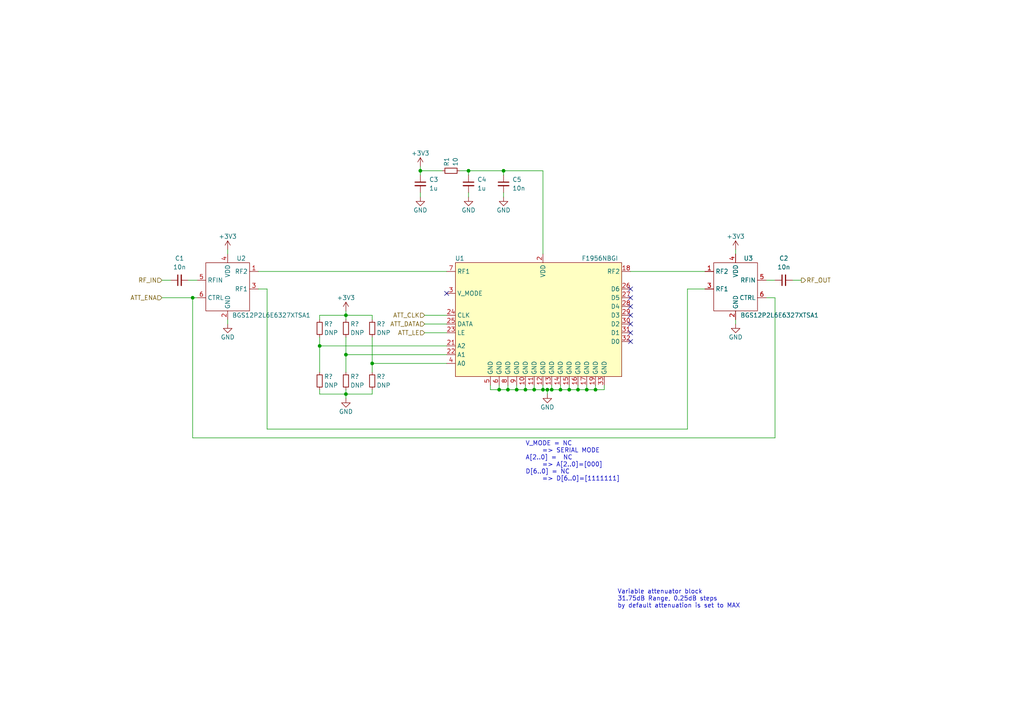
<source format=kicad_sch>
(kicad_sch (version 20211123) (generator eeschema)
  (paper "A4")
  (lib_symbols
    (symbol "Device:C_Small" (pin_numbers hide) (pin_names (offset 0.254) hide)
      (property "Reference" "C" (at 0.254 1.778 0))
      (property "Value" "C_Small" (at 0.254 -2.032 0))
      (symbol "C_Small_0_1"
        (polyline (pts (xy -1.524 -0.508) (xy 1.524 -0.508)) (stroke (width 0.3302)))
        (polyline (pts (xy -1.524 0.508) (xy 1.524 0.508)) (stroke (width 0.3048)))
      )
      (symbol "C_Small_1_1"
        (pin passive line (at 0 2.54 270) (length 2.032) (name "~") (number "1"))
        (pin passive line (at 0 -2.54 90) (length 2.032) (name "~") (number "2"))
      )
    )
    (symbol "Device:R_Small" (pin_numbers hide) (pin_names (offset 0.254) hide)
      (property "Reference" "R" (at 0.762 0.508 0))
      (property "Value" "R_Small" (at 0.762 -1.016 0))
      (symbol "R_Small_0_1"
        (rectangle (start -0.762 1.778) (end 0.762 -1.778) (stroke (width 0.2032)))
      )
      (symbol "R_Small_1_1"
        (pin passive line (at 0 2.54 270) (length 0.762) (name "~") (number "1"))
        (pin passive line (at 0 -2.54 90) (length 0.762) (name "~") (number "2"))
      )
    )
    (symbol "frontEnd:BGS12P2L6E6327XTSA1"
      (property "Reference" "U" (at 7.62 6.35 0))
      (property "Value" "BGS12P2L6E6327XTSA1" (at 19.05 -11.43 0))
      (symbol "BGS12P2L6E6327XTSA1_0_1"
        (rectangle (start 0 5.08) (end 12.7 -8.89))
      )
      (symbol "BGS12P2L6E6327XTSA1_1_1"
        (pin input line (at 15.24 2.54 180) (length 2.54) (name "RF2") (number "1"))
        (pin input line (at 6.35 -11.43 90) (length 2.54) (name "GND") (number "2"))
        (pin input line (at 15.24 -2.54 180) (length 2.54) (name "RF1") (number "3"))
        (pin input line (at 6.35 7.62 270) (length 2.54) (name "VDD") (number "4"))
        (pin input line (at -2.54 0 0) (length 2.54) (name "RFIN") (number "5"))
        (pin input line (at -2.54 -5.08 0) (length 2.54) (name "CTRL") (number "6"))
      )
    )
    (symbol "frontEnd:F1956NBGI"
      (property "Reference" "U" (at 1.27 3.81 0))
      (property "Value" "F1956NBGI" (at 41.91 3.81 0))
      (symbol "F1956NBGI_0_1"
        (rectangle (start 0 2.54) (end 48.26 -30.48) (fill (type background)))
      )
      (symbol "F1956NBGI_1_1"
        (pin input line (at 20.32 -33.02 90) (length 2.54) (name "GND") (number "10"))
        (pin input line (at 22.86 -33.02 90) (length 2.54) (name "GND") (number "11"))
        (pin input line (at 25.4 -33.02 90) (length 2.54) (name "GND") (number "12"))
        (pin input line (at 27.94 -33.02 90) (length 2.54) (name "GND") (number "13"))
        (pin input line (at 30.48 -33.02 90) (length 2.54) (name "GND") (number "14"))
        (pin input line (at 33.02 -33.02 90) (length 2.54) (name "GND") (number "15"))
        (pin input line (at 35.56 -33.02 90) (length 2.54) (name "GND") (number "16"))
        (pin input line (at 38.1 -33.02 90) (length 2.54) (name "GND") (number "17"))
        (pin input line (at 50.8 0 180) (length 2.54) (name "RF2") (number "18"))
        (pin input line (at 40.64 -33.02 90) (length 2.54) (name "GND") (number "19"))
        (pin input line (at 25.4 5.08 270) (length 2.54) (name "VDD") (number "2"))
        (pin input line (at -2.54 -21.59 0) (length 2.54) (name "A2") (number "21"))
        (pin input line (at -2.54 -24.13 0) (length 2.54) (name "A1") (number "22"))
        (pin input line (at -2.54 -17.78 0) (length 2.54) (name "LE") (number "23"))
        (pin input line (at -2.54 -12.7 0) (length 2.54) (name "CLK") (number "24"))
        (pin input line (at -2.54 -15.24 0) (length 2.54) (name "DATA") (number "25"))
        (pin input line (at 50.8 -5.08 180) (length 2.54) (name "D6") (number "26"))
        (pin input line (at 50.8 -7.62 180) (length 2.54) (name "D5") (number "27"))
        (pin input line (at 50.8 -10.16 180) (length 2.54) (name "D4") (number "28"))
        (pin input line (at 50.8 -12.7 180) (length 2.54) (name "D3") (number "29"))
        (pin input line (at -2.54 -6.35 0) (length 2.54) (name "V_MODE") (number "3"))
        (pin input line (at 50.8 -15.24 180) (length 2.54) (name "D2") (number "30"))
        (pin input line (at 50.8 -17.78 180) (length 2.54) (name "D1") (number "31"))
        (pin input line (at 50.8 -20.32 180) (length 2.54) (name "D0") (number "32"))
        (pin input line (at 43.18 -33.02 90) (length 2.54) (name "GND") (number "33"))
        (pin input line (at -2.54 -26.67 0) (length 2.54) (name "A0") (number "4"))
        (pin input line (at 10.16 -33.02 90) (length 2.54) (name "GND") (number "5"))
        (pin input line (at 12.7 -33.02 90) (length 2.54) (name "GND") (number "6"))
        (pin input line (at -2.54 0 0) (length 2.54) (name "RF1") (number "7"))
        (pin input line (at 15.24 -33.02 90) (length 2.54) (name "GND") (number "8"))
        (pin input line (at 17.78 -33.02 90) (length 2.54) (name "GND") (number "9"))
      )
    )
    (symbol "power:+3V3" (power) (pin_names (offset 0))
      (property "Value" "+3V3" (at 0 3.556 0))
      (symbol "+3V3_0_1"
        (polyline (pts (xy -0.762 1.27) (xy 0 2.54)))
        (polyline (pts (xy 0 0) (xy 0 2.54)))
        (polyline (pts (xy 0 2.54) (xy 0.762 1.27)))
      )
      (symbol "+3V3_1_1"
        (pin power_in line (at 0 0 90) (length 0) hide (name "+3V3") (number "1"))
      )
    )
    (symbol "power:GND" (power) (pin_names (offset 0))
      (property "Value" "GND" (at 0 -3.81 0))
      (symbol "GND_0_1"
        (polyline (pts (xy 0 0) (xy 0 -1.27) (xy 1.27 -1.27) (xy 0 -2.54) (xy -1.27 -1.27) (xy 0 -1.27)))
      )
      (symbol "GND_1_1"
        (pin power_in line (at 0 0 270) (length 0) hide (name "GND") (number "1"))
      )
    )
  )
  (junction (at 100.33 114.3))
  (junction (at 149.86 113.03))
  (junction (at 135.89 49.53))
  (junction (at 121.92 49.53))
  (junction (at 162.56 113.03))
  (junction (at 92.71 100.33))
  (junction (at 146.05 49.53))
  (junction (at 144.78 113.03))
  (junction (at 160.02 113.03))
  (junction (at 154.94 113.03))
  (junction (at 100.33 102.87))
  (junction (at 158.75 113.03))
  (junction (at 157.48 113.03))
  (junction (at 170.18 113.03))
  (junction (at 100.33 91.44))
  (junction (at 107.95 105.41))
  (junction (at 152.4 113.03))
  (junction (at 165.1 113.03))
  (junction (at 147.32 113.03))
  (junction (at 167.64 113.03))
  (junction (at 55.88 86.36))
  (junction (at 172.72 113.03))
  (no_connect (at 129.54 85.09))
  (no_connect (at 182.88 83.82))
  (no_connect (at 182.88 88.9))
  (no_connect (at 182.88 91.44))
  (no_connect (at 182.88 93.98))
  (no_connect (at 182.88 96.52))
  (no_connect (at 182.88 99.06))
  (no_connect (at 182.88 86.36))
  (wire (pts (xy 92.71 92.71) (xy 92.71 91.44)))
  (wire (pts (xy 107.95 97.79) (xy 107.95 105.41)))
  (wire (pts (xy 46.99 86.36) (xy 55.88 86.36)))
  (wire (pts (xy 92.71 97.79) (xy 92.71 100.33)))
  (wire (pts (xy 222.25 81.28) (xy 224.79 81.28)))
  (wire (pts (xy 167.64 113.03) (xy 170.18 113.03)))
  (wire (pts (xy 92.71 100.33) (xy 92.71 107.95)))
  (wire (pts (xy 107.95 92.71) (xy 107.95 91.44)))
  (wire (pts (xy 133.35 49.53) (xy 135.89 49.53)))
  (wire (pts (xy 162.56 113.03) (xy 165.1 113.03)))
  (wire (pts (xy 66.04 92.71) (xy 66.04 93.98)))
  (wire (pts (xy 146.05 49.53) (xy 135.89 49.53)))
  (wire (pts (xy 152.4 113.03) (xy 154.94 113.03)))
  (wire (pts (xy 92.71 114.3) (xy 100.33 114.3)))
  (wire (pts (xy 160.02 113.03) (xy 162.56 113.03)))
  (wire (pts (xy 146.05 55.88) (xy 146.05 57.15)))
  (wire (pts (xy 213.36 72.39) (xy 213.36 73.66)))
  (wire (pts (xy 167.64 111.76) (xy 167.64 113.03)))
  (wire (pts (xy 123.19 93.98) (xy 129.54 93.98)))
  (wire (pts (xy 154.94 113.03) (xy 157.48 113.03)))
  (wire (pts (xy 158.75 113.03) (xy 158.75 114.3)))
  (wire (pts (xy 162.56 111.76) (xy 162.56 113.03)))
  (wire (pts (xy 121.92 50.8) (xy 121.92 49.53)))
  (wire (pts (xy 66.04 72.39) (xy 66.04 73.66)))
  (wire (pts (xy 229.87 81.28) (xy 232.41 81.28)))
  (wire (pts (xy 172.72 111.76) (xy 172.72 113.03)))
  (wire (pts (xy 77.47 83.82) (xy 77.47 124.46)))
  (wire (pts (xy 55.88 86.36) (xy 57.15 86.36)))
  (wire (pts (xy 158.75 113.03) (xy 160.02 113.03)))
  (wire (pts (xy 107.95 105.41) (xy 129.54 105.41)))
  (wire (pts (xy 100.33 113.03) (xy 100.33 114.3)))
  (wire (pts (xy 175.26 113.03) (xy 175.26 111.76)))
  (wire (pts (xy 160.02 111.76) (xy 160.02 113.03)))
  (wire (pts (xy 149.86 111.76) (xy 149.86 113.03)))
  (wire (pts (xy 54.61 81.28) (xy 57.15 81.28)))
  (wire (pts (xy 165.1 113.03) (xy 167.64 113.03)))
  (wire (pts (xy 100.33 97.79) (xy 100.33 102.87)))
  (wire (pts (xy 121.92 48.26) (xy 121.92 49.53)))
  (wire (pts (xy 204.47 83.82) (xy 199.39 83.82)))
  (wire (pts (xy 224.79 127) (xy 224.79 86.36)))
  (wire (pts (xy 123.19 91.44) (xy 129.54 91.44)))
  (wire (pts (xy 146.05 49.53) (xy 146.05 50.8)))
  (wire (pts (xy 46.99 81.28) (xy 49.53 81.28)))
  (wire (pts (xy 182.88 78.74) (xy 204.47 78.74)))
  (wire (pts (xy 152.4 111.76) (xy 152.4 113.03)))
  (wire (pts (xy 107.95 114.3) (xy 107.95 113.03)))
  (wire (pts (xy 170.18 111.76) (xy 170.18 113.03)))
  (wire (pts (xy 147.32 113.03) (xy 149.86 113.03)))
  (wire (pts (xy 144.78 113.03) (xy 147.32 113.03)))
  (wire (pts (xy 154.94 111.76) (xy 154.94 113.03)))
  (wire (pts (xy 144.78 111.76) (xy 144.78 113.03)))
  (wire (pts (xy 100.33 102.87) (xy 100.33 107.95)))
  (wire (pts (xy 170.18 113.03) (xy 172.72 113.03)))
  (wire (pts (xy 100.33 102.87) (xy 129.54 102.87)))
  (wire (pts (xy 77.47 124.46) (xy 199.39 124.46)))
  (wire (pts (xy 147.32 111.76) (xy 147.32 113.03)))
  (wire (pts (xy 135.89 49.53) (xy 135.89 50.8)))
  (wire (pts (xy 100.33 91.44) (xy 107.95 91.44)))
  (wire (pts (xy 142.24 113.03) (xy 144.78 113.03)))
  (wire (pts (xy 123.19 96.52) (xy 129.54 96.52)))
  (wire (pts (xy 100.33 91.44) (xy 100.33 90.17)))
  (wire (pts (xy 172.72 113.03) (xy 175.26 113.03)))
  (wire (pts (xy 135.89 55.88) (xy 135.89 57.15)))
  (wire (pts (xy 100.33 114.3) (xy 100.33 115.57)))
  (wire (pts (xy 74.93 83.82) (xy 77.47 83.82)))
  (wire (pts (xy 121.92 49.53) (xy 128.27 49.53)))
  (wire (pts (xy 157.48 49.53) (xy 146.05 49.53)))
  (wire (pts (xy 199.39 83.82) (xy 199.39 124.46)))
  (wire (pts (xy 55.88 86.36) (xy 55.88 127)))
  (wire (pts (xy 224.79 86.36) (xy 222.25 86.36)))
  (wire (pts (xy 92.71 100.33) (xy 129.54 100.33)))
  (wire (pts (xy 107.95 105.41) (xy 107.95 107.95)))
  (wire (pts (xy 149.86 113.03) (xy 152.4 113.03)))
  (wire (pts (xy 100.33 91.44) (xy 100.33 92.71)))
  (wire (pts (xy 92.71 91.44) (xy 100.33 91.44)))
  (wire (pts (xy 121.92 55.88) (xy 121.92 57.15)))
  (wire (pts (xy 55.88 127) (xy 224.79 127)))
  (wire (pts (xy 142.24 111.76) (xy 142.24 113.03)))
  (wire (pts (xy 157.48 113.03) (xy 158.75 113.03)))
  (wire (pts (xy 74.93 78.74) (xy 129.54 78.74)))
  (wire (pts (xy 213.36 92.71) (xy 213.36 93.98)))
  (wire (pts (xy 157.48 49.53) (xy 157.48 73.66)))
  (wire (pts (xy 165.1 111.76) (xy 165.1 113.03)))
  (wire (pts (xy 92.71 113.03) (xy 92.71 114.3)))
  (wire (pts (xy 157.48 111.76) (xy 157.48 113.03)))
  (wire (pts (xy 100.33 114.3) (xy 107.95 114.3)))
  (text "Variable attenuator block\n31.75dB Range, 0.25dB steps\nby default attenuation is set to MAX" (at 179.07 176.53 0) (effects (font (size 1.27 1.27)) (justify left bottom)))
  (text "V_MODE = NC\n	=> SERIAL MODE\nA[2..0] =  NC\n	=> A[2..0]=[000]\nD[6..0] = NC\n	=> D[6..0]=[1111111]" (at 152.4 139.7 0) (effects (font (size 1.27 1.27)) (justify left bottom)))
  (hierarchical_label "ATT_ENA" (shape input) (at 46.99 86.36 180))
  (hierarchical_label "RF_IN" (shape input) (at 46.99 81.28 180))
  (hierarchical_label "ATT_LE" (shape input) (at 123.19 96.52 180))
  (hierarchical_label "RF_OUT" (shape output) (at 232.41 81.28 0))
  (hierarchical_label "ATT_CLK" (shape input) (at 123.19 91.44 180))
  (hierarchical_label "ATT_DATA" (shape input) (at 123.19 93.98 180))
  (symbol (lib_id "power:+3V3") (at 213.36 72.39 0) (unit 1)
    (property "Reference" "#PWR?" (effects hide))
    (property "Value" "+3V3" (at 213.36 68.58 0))
  )
  (symbol (lib_id "Device:C_Small") (at 52.07 81.28 90) (unit 1)
    (property "Reference" "C1" (at 52.0763 74.93 90))
    (property "Value" "10n" (at 52.0763 77.47 90))
    (property "Footprint" "Capacitor_SMD:C_0805_2012Metric" (effects hide))
  )
  (symbol (lib_id "Device:C_Small") (at 227.33 81.28 90) (unit 1)
    (property "Reference" "C2" (at 227.3363 74.93 90))
    (property "Value" "10n" (at 227.3363 77.47 90))
    (property "Footprint" "Capacitor_SMD:C_0805_2012Metric" (effects hide))
  )
  (symbol (lib_id "power:GND") (at 100.33 115.57 0) (unit 1)
    (property "Reference" "#PWR?" (effects hide))
    (property "Value" "GND" (at 100.33 119.38 0))
  )
  (symbol (lib_id "power:GND") (at 135.89 57.15 0) (unit 1)
    (property "Reference" "#PWR?" (effects hide))
    (property "Value" "GND" (at 135.89 60.96 0))
  )
  (symbol (lib_id "Device:R_Small") (at 92.71 110.49 0) (unit 1)
    (property "Reference" "R?" (at 93.98 109.22 0) (effects (justify left)))
    (property "Value" "DNP" (at 93.98 111.76 0) (effects (justify left)))
    (property "Footprint" "Resistor_SMD:R_0805_2012Metric" (effects hide))
  )
  (symbol (lib_id "Device:C_Small") (at 135.89 53.34 0) (unit 1)
    (property "Reference" "C4" (at 138.43 52.0762 0) (effects (justify left)))
    (property "Value" "1u" (at 138.43 54.6162 0) (effects (justify left)))
    (property "Footprint" "Capacitor_SMD:C_0805_2012Metric" (effects hide))
  )
  (symbol (lib_id "Device:R_Small") (at 107.95 95.25 0) (unit 1)
    (property "Reference" "R?" (at 109.22 93.98 0) (effects (justify left)))
    (property "Value" "DNP" (at 109.22 96.52 0) (effects (justify left)))
    (property "Footprint" "Resistor_SMD:R_0805_2012Metric" (effects hide))
  )
  (symbol (lib_id "frontEnd:BGS12P2L6E6327XTSA1") (at 219.71 81.28 0) (mirror y) (unit 1)
    (property "Reference" "U3" (at 218.44 74.93 0) (effects (justify left)))
    (property "Value" "BGS12P2L6E6327XTSA1" (at 237.49 91.44 0) (effects (justify left)))
  )
  (symbol (lib_id "Device:R_Small") (at 100.33 95.25 0) (unit 1)
    (property "Reference" "R?" (at 101.6 93.98 0) (effects (justify left)))
    (property "Value" "DNP" (at 101.6 96.52 0) (effects (justify left)))
    (property "Footprint" "Resistor_SMD:R_0805_2012Metric" (effects hide))
  )
  (symbol (lib_id "Device:R_Small") (at 107.95 110.49 0) (unit 1)
    (property "Reference" "R?" (at 109.22 109.22 0) (effects (justify left)))
    (property "Value" "DNP" (at 109.22 111.76 0) (effects (justify left)))
    (property "Footprint" "Resistor_SMD:R_0805_2012Metric" (effects hide))
  )
  (symbol (lib_id "frontEnd:BGS12P2L6E6327XTSA1") (at 59.69 81.28 0) (unit 1)
    (property "Reference" "U2" (at 68.58 74.93 0) (effects (justify left)))
    (property "Value" "BGS12P2L6E6327XTSA1" (at 67.31 91.44 0) (effects (justify left)))
  )
  (symbol (lib_id "power:GND") (at 121.92 57.15 0) (unit 1)
    (property "Reference" "#PWR?" (effects hide))
    (property "Value" "GND" (at 121.92 60.96 0))
  )
  (symbol (lib_id "power:GND") (at 66.04 93.98 0) (unit 1)
    (property "Reference" "#PWR?" (effects hide))
    (property "Value" "GND" (at 66.04 97.79 0))
  )
  (symbol (lib_id "power:+3V3") (at 100.33 90.17 0) (unit 1)
    (property "Reference" "#PWR?" (effects hide))
    (property "Value" "+3V3" (at 100.33 86.36 0))
  )
  (symbol (lib_id "power:GND") (at 146.05 57.15 0) (unit 1)
    (property "Reference" "#PWR?" (effects hide))
    (property "Value" "GND" (at 146.05 60.96 0))
  )
  (symbol (lib_id "frontEnd:F1956NBGI") (at 132.08 78.74 0) (unit 1)
    (property "Reference" "U1" (at 133.35 74.93 0))
    (property "Value" "F1956NBGI" (at 173.99 74.93 0))
    (property "Footprint" "Package_DFN_QFN:QFN-32-1EP_5x5mm_P0.5mm_EP3.3x3.3mm" (effects hide))
  )
  (symbol (lib_id "Device:R_Small") (at 130.81 49.53 90) (unit 1)
    (property "Reference" "R1" (at 129.54 48.26 0) (effects (justify left)))
    (property "Value" "10" (at 132.08 48.26 0) (effects (justify left)))
    (property "Footprint" "Resistor_SMD:R_0805_2012Metric" (effects hide))
  )
  (symbol (lib_id "Device:R_Small") (at 92.71 95.25 0) (unit 1)
    (property "Reference" "R?" (at 93.98 93.98 0) (effects (justify left)))
    (property "Value" "DNP" (at 93.98 96.52 0) (effects (justify left)))
    (property "Footprint" "Resistor_SMD:R_0805_2012Metric" (effects hide))
  )
  (symbol (lib_id "Device:C_Small") (at 121.92 53.34 0) (unit 1)
    (property "Reference" "C3" (at 124.46 52.0762 0) (effects (justify left)))
    (property "Value" "1u" (at 124.46 54.6162 0) (effects (justify left)))
    (property "Footprint" "Capacitor_SMD:C_0805_2012Metric" (effects hide))
  )
  (symbol (lib_id "power:GND") (at 213.36 93.98 0) (unit 1)
    (property "Reference" "#PWR?" (effects hide))
    (property "Value" "GND" (at 213.36 97.79 0))
  )
  (symbol (lib_id "power:GND") (at 158.75 114.3 0) (unit 1)
    (property "Reference" "#PWR?" (effects hide))
    (property "Value" "GND" (at 158.75 118.11 0))
  )
  (symbol (lib_id "power:+3V3") (at 66.04 72.39 0) (unit 1)
    (property "Reference" "#PWR?" (effects hide))
    (property "Value" "+3V3" (at 66.04 68.58 0))
  )
  (symbol (lib_id "Device:R_Small") (at 100.33 110.49 0) (unit 1)
    (property "Reference" "R?" (at 101.6 109.22 0) (effects (justify left)))
    (property "Value" "DNP" (at 101.6 111.76 0) (effects (justify left)))
    (property "Footprint" "Resistor_SMD:R_0805_2012Metric" (effects hide))
  )
  (symbol (lib_id "Device:C_Small") (at 146.05 53.34 0) (unit 1)
    (property "Reference" "C5" (at 148.59 52.0762 0) (effects (justify left)))
    (property "Value" "10n" (at 148.59 54.6162 0) (effects (justify left)))
    (property "Footprint" "Capacitor_SMD:C_0805_2012Metric" (effects hide))
  )
  (symbol (lib_id "power:+3V3") (at 121.92 48.26 0) (unit 1)
    (property "Reference" "#PWR?" (effects hide))
    (property "Value" "+3V3" (at 121.92 44.45 0))
  )
)
</source>
